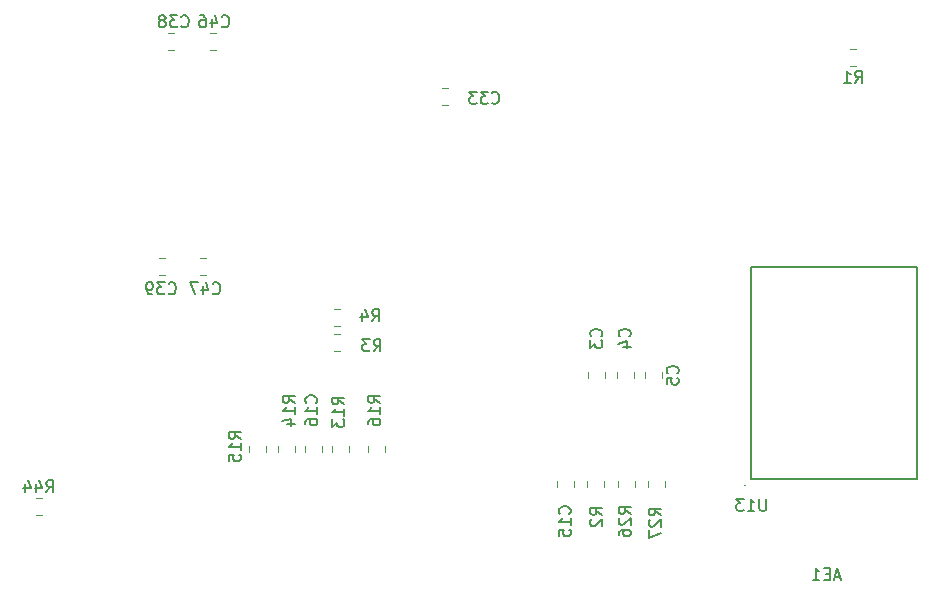
<source format=gbr>
G04 #@! TF.GenerationSoftware,KiCad,Pcbnew,5.0.2+dfsg1-1*
G04 #@! TF.CreationDate,2021-02-28T17:02:00+08:00*
G04 #@! TF.ProjectId,digital-amplifier2,64696769-7461-46c2-9d61-6d706c696669,rev?*
G04 #@! TF.SameCoordinates,Original*
G04 #@! TF.FileFunction,Legend,Bot*
G04 #@! TF.FilePolarity,Positive*
%FSLAX46Y46*%
G04 Gerber Fmt 4.6, Leading zero omitted, Abs format (unit mm)*
G04 Created by KiCad (PCBNEW 5.0.2+dfsg1-1) date 2021年02月28日 星期日 17时02分00秒*
%MOMM*%
%LPD*%
G01*
G04 APERTURE LIST*
%ADD10C,0.120000*%
%ADD11C,0.150000*%
G04 APERTURE END LIST*
D10*
G04 #@! TO.C,C33*
X99191578Y-110565000D02*
X98674422Y-110565000D01*
X99191578Y-109145000D02*
X98674422Y-109145000D01*
G04 #@! TO.C,R27*
X117550000Y-142879578D02*
X117550000Y-142362422D01*
X116130000Y-142879578D02*
X116130000Y-142362422D01*
G04 #@! TO.C,R26*
X115010000Y-142879578D02*
X115010000Y-142362422D01*
X113590000Y-142879578D02*
X113590000Y-142362422D01*
G04 #@! TO.C,R44*
X64774578Y-143816000D02*
X64257422Y-143816000D01*
X64774578Y-145236000D02*
X64257422Y-145236000D01*
G04 #@! TO.C,R2*
X110923000Y-142879578D02*
X110923000Y-142362422D01*
X112343000Y-142879578D02*
X112343000Y-142362422D01*
G04 #@! TO.C,C39*
X74671422Y-124916000D02*
X75188578Y-124916000D01*
X74671422Y-123496000D02*
X75188578Y-123496000D01*
G04 #@! TO.C,C38*
X75433422Y-105866000D02*
X75950578Y-105866000D01*
X75433422Y-104446000D02*
X75950578Y-104446000D01*
G04 #@! TO.C,C47*
X78696078Y-123496000D02*
X78178922Y-123496000D01*
X78696078Y-124916000D02*
X78178922Y-124916000D01*
G04 #@! TO.C,C46*
X79506578Y-105866000D02*
X78989422Y-105866000D01*
X79506578Y-104446000D02*
X78989422Y-104446000D01*
D11*
G04 #@! TO.C,U13*
X124848620Y-142234920D02*
X124848620Y-124223780D01*
X124848620Y-124223780D02*
X138838940Y-124223780D01*
X138838940Y-124223780D02*
X138838940Y-142199360D01*
X138838940Y-142199360D02*
X124863860Y-142199360D01*
X124343160Y-142742920D02*
X124345700Y-142740380D01*
D10*
G04 #@! TO.C,C16*
X87097800Y-139958578D02*
X87097800Y-139441422D01*
X88517800Y-139958578D02*
X88517800Y-139441422D01*
G04 #@! TO.C,C3*
X111011900Y-133659378D02*
X111011900Y-133142222D01*
X112431900Y-133659378D02*
X112431900Y-133142222D01*
G04 #@! TO.C,C4*
X113463000Y-133672078D02*
X113463000Y-133154922D01*
X114883000Y-133672078D02*
X114883000Y-133154922D01*
G04 #@! TO.C,C5*
X117296000Y-133684778D02*
X117296000Y-133167622D01*
X115876000Y-133684778D02*
X115876000Y-133167622D01*
G04 #@! TO.C,C15*
X109803000Y-142879578D02*
X109803000Y-142362422D01*
X108383000Y-142879578D02*
X108383000Y-142362422D01*
G04 #@! TO.C,R13*
X89333000Y-139441422D02*
X89333000Y-139958578D01*
X90753000Y-139441422D02*
X90753000Y-139958578D01*
G04 #@! TO.C,R14*
X84786400Y-139933178D02*
X84786400Y-139416022D01*
X86206400Y-139933178D02*
X86206400Y-139416022D01*
G04 #@! TO.C,R15*
X83742600Y-139907778D02*
X83742600Y-139390622D01*
X82322600Y-139907778D02*
X82322600Y-139390622D01*
G04 #@! TO.C,R16*
X92381000Y-139895078D02*
X92381000Y-139377922D01*
X93801000Y-139895078D02*
X93801000Y-139377922D01*
G04 #@! TO.C,R4*
X89530422Y-127814000D02*
X90047578Y-127814000D01*
X89530422Y-129234000D02*
X90047578Y-129234000D01*
G04 #@! TO.C,R3*
X89530422Y-129973000D02*
X90047578Y-129973000D01*
X89530422Y-131393000D02*
X90047578Y-131393000D01*
G04 #@! TO.C,R1*
X133218422Y-107263000D02*
X133735578Y-107263000D01*
X133218422Y-105843000D02*
X133735578Y-105843000D01*
G04 #@! TO.C,AE1*
D11*
X132379666Y-150467666D02*
X131903476Y-150467666D01*
X132474904Y-150753380D02*
X132141571Y-149753380D01*
X131808238Y-150753380D01*
X131474904Y-150229571D02*
X131141571Y-150229571D01*
X130998714Y-150753380D02*
X131474904Y-150753380D01*
X131474904Y-149753380D01*
X130998714Y-149753380D01*
X130046333Y-150753380D02*
X130617761Y-150753380D01*
X130332047Y-150753380D02*
X130332047Y-149753380D01*
X130427285Y-149896238D01*
X130522523Y-149991476D01*
X130617761Y-150039095D01*
G04 #@! TO.C,C33*
X102877857Y-110339142D02*
X102925476Y-110386761D01*
X103068333Y-110434380D01*
X103163571Y-110434380D01*
X103306428Y-110386761D01*
X103401666Y-110291523D01*
X103449285Y-110196285D01*
X103496904Y-110005809D01*
X103496904Y-109862952D01*
X103449285Y-109672476D01*
X103401666Y-109577238D01*
X103306428Y-109482000D01*
X103163571Y-109434380D01*
X103068333Y-109434380D01*
X102925476Y-109482000D01*
X102877857Y-109529619D01*
X102544523Y-109434380D02*
X101925476Y-109434380D01*
X102258809Y-109815333D01*
X102115952Y-109815333D01*
X102020714Y-109862952D01*
X101973095Y-109910571D01*
X101925476Y-110005809D01*
X101925476Y-110243904D01*
X101973095Y-110339142D01*
X102020714Y-110386761D01*
X102115952Y-110434380D01*
X102401666Y-110434380D01*
X102496904Y-110386761D01*
X102544523Y-110339142D01*
X101592142Y-109434380D02*
X100973095Y-109434380D01*
X101306428Y-109815333D01*
X101163571Y-109815333D01*
X101068333Y-109862952D01*
X101020714Y-109910571D01*
X100973095Y-110005809D01*
X100973095Y-110243904D01*
X101020714Y-110339142D01*
X101068333Y-110386761D01*
X101163571Y-110434380D01*
X101449285Y-110434380D01*
X101544523Y-110386761D01*
X101592142Y-110339142D01*
G04 #@! TO.C,R27*
X117165380Y-145280142D02*
X116689190Y-144946809D01*
X117165380Y-144708714D02*
X116165380Y-144708714D01*
X116165380Y-145089666D01*
X116213000Y-145184904D01*
X116260619Y-145232523D01*
X116355857Y-145280142D01*
X116498714Y-145280142D01*
X116593952Y-145232523D01*
X116641571Y-145184904D01*
X116689190Y-145089666D01*
X116689190Y-144708714D01*
X116260619Y-145661095D02*
X116213000Y-145708714D01*
X116165380Y-145803952D01*
X116165380Y-146042047D01*
X116213000Y-146137285D01*
X116260619Y-146184904D01*
X116355857Y-146232523D01*
X116451095Y-146232523D01*
X116593952Y-146184904D01*
X117165380Y-145613476D01*
X117165380Y-146232523D01*
X116165380Y-146565857D02*
X116165380Y-147232523D01*
X117165380Y-146803952D01*
G04 #@! TO.C,R26*
X114625380Y-145153142D02*
X114149190Y-144819809D01*
X114625380Y-144581714D02*
X113625380Y-144581714D01*
X113625380Y-144962666D01*
X113673000Y-145057904D01*
X113720619Y-145105523D01*
X113815857Y-145153142D01*
X113958714Y-145153142D01*
X114053952Y-145105523D01*
X114101571Y-145057904D01*
X114149190Y-144962666D01*
X114149190Y-144581714D01*
X113720619Y-145534095D02*
X113673000Y-145581714D01*
X113625380Y-145676952D01*
X113625380Y-145915047D01*
X113673000Y-146010285D01*
X113720619Y-146057904D01*
X113815857Y-146105523D01*
X113911095Y-146105523D01*
X114053952Y-146057904D01*
X114625380Y-145486476D01*
X114625380Y-146105523D01*
X113625380Y-146962666D02*
X113625380Y-146772190D01*
X113673000Y-146676952D01*
X113720619Y-146629333D01*
X113863476Y-146534095D01*
X114053952Y-146486476D01*
X114434904Y-146486476D01*
X114530142Y-146534095D01*
X114577761Y-146581714D01*
X114625380Y-146676952D01*
X114625380Y-146867428D01*
X114577761Y-146962666D01*
X114530142Y-147010285D01*
X114434904Y-147057904D01*
X114196809Y-147057904D01*
X114101571Y-147010285D01*
X114053952Y-146962666D01*
X114006333Y-146867428D01*
X114006333Y-146676952D01*
X114053952Y-146581714D01*
X114101571Y-146534095D01*
X114196809Y-146486476D01*
G04 #@! TO.C,R44*
X65158857Y-143328380D02*
X65492190Y-142852190D01*
X65730285Y-143328380D02*
X65730285Y-142328380D01*
X65349333Y-142328380D01*
X65254095Y-142376000D01*
X65206476Y-142423619D01*
X65158857Y-142518857D01*
X65158857Y-142661714D01*
X65206476Y-142756952D01*
X65254095Y-142804571D01*
X65349333Y-142852190D01*
X65730285Y-142852190D01*
X64301714Y-142661714D02*
X64301714Y-143328380D01*
X64539809Y-142280761D02*
X64777904Y-142995047D01*
X64158857Y-142995047D01*
X63349333Y-142661714D02*
X63349333Y-143328380D01*
X63587428Y-142280761D02*
X63825523Y-142995047D01*
X63206476Y-142995047D01*
G04 #@! TO.C,R2*
X112212380Y-145248333D02*
X111736190Y-144915000D01*
X112212380Y-144676904D02*
X111212380Y-144676904D01*
X111212380Y-145057857D01*
X111260000Y-145153095D01*
X111307619Y-145200714D01*
X111402857Y-145248333D01*
X111545714Y-145248333D01*
X111640952Y-145200714D01*
X111688571Y-145153095D01*
X111736190Y-145057857D01*
X111736190Y-144676904D01*
X111307619Y-145629285D02*
X111260000Y-145676904D01*
X111212380Y-145772142D01*
X111212380Y-146010238D01*
X111260000Y-146105476D01*
X111307619Y-146153095D01*
X111402857Y-146200714D01*
X111498095Y-146200714D01*
X111640952Y-146153095D01*
X112212380Y-145581666D01*
X112212380Y-146200714D01*
G04 #@! TO.C,C39*
X75509357Y-126468142D02*
X75556976Y-126515761D01*
X75699833Y-126563380D01*
X75795071Y-126563380D01*
X75937928Y-126515761D01*
X76033166Y-126420523D01*
X76080785Y-126325285D01*
X76128404Y-126134809D01*
X76128404Y-125991952D01*
X76080785Y-125801476D01*
X76033166Y-125706238D01*
X75937928Y-125611000D01*
X75795071Y-125563380D01*
X75699833Y-125563380D01*
X75556976Y-125611000D01*
X75509357Y-125658619D01*
X75176023Y-125563380D02*
X74556976Y-125563380D01*
X74890309Y-125944333D01*
X74747452Y-125944333D01*
X74652214Y-125991952D01*
X74604595Y-126039571D01*
X74556976Y-126134809D01*
X74556976Y-126372904D01*
X74604595Y-126468142D01*
X74652214Y-126515761D01*
X74747452Y-126563380D01*
X75033166Y-126563380D01*
X75128404Y-126515761D01*
X75176023Y-126468142D01*
X74080785Y-126563380D02*
X73890309Y-126563380D01*
X73795071Y-126515761D01*
X73747452Y-126468142D01*
X73652214Y-126325285D01*
X73604595Y-126134809D01*
X73604595Y-125753857D01*
X73652214Y-125658619D01*
X73699833Y-125611000D01*
X73795071Y-125563380D01*
X73985547Y-125563380D01*
X74080785Y-125611000D01*
X74128404Y-125658619D01*
X74176023Y-125753857D01*
X74176023Y-125991952D01*
X74128404Y-126087190D01*
X74080785Y-126134809D01*
X73985547Y-126182428D01*
X73795071Y-126182428D01*
X73699833Y-126134809D01*
X73652214Y-126087190D01*
X73604595Y-125991952D01*
G04 #@! TO.C,C38*
X76588857Y-103862142D02*
X76636476Y-103909761D01*
X76779333Y-103957380D01*
X76874571Y-103957380D01*
X77017428Y-103909761D01*
X77112666Y-103814523D01*
X77160285Y-103719285D01*
X77207904Y-103528809D01*
X77207904Y-103385952D01*
X77160285Y-103195476D01*
X77112666Y-103100238D01*
X77017428Y-103005000D01*
X76874571Y-102957380D01*
X76779333Y-102957380D01*
X76636476Y-103005000D01*
X76588857Y-103052619D01*
X76255523Y-102957380D02*
X75636476Y-102957380D01*
X75969809Y-103338333D01*
X75826952Y-103338333D01*
X75731714Y-103385952D01*
X75684095Y-103433571D01*
X75636476Y-103528809D01*
X75636476Y-103766904D01*
X75684095Y-103862142D01*
X75731714Y-103909761D01*
X75826952Y-103957380D01*
X76112666Y-103957380D01*
X76207904Y-103909761D01*
X76255523Y-103862142D01*
X75065047Y-103385952D02*
X75160285Y-103338333D01*
X75207904Y-103290714D01*
X75255523Y-103195476D01*
X75255523Y-103147857D01*
X75207904Y-103052619D01*
X75160285Y-103005000D01*
X75065047Y-102957380D01*
X74874571Y-102957380D01*
X74779333Y-103005000D01*
X74731714Y-103052619D01*
X74684095Y-103147857D01*
X74684095Y-103195476D01*
X74731714Y-103290714D01*
X74779333Y-103338333D01*
X74874571Y-103385952D01*
X75065047Y-103385952D01*
X75160285Y-103433571D01*
X75207904Y-103481190D01*
X75255523Y-103576428D01*
X75255523Y-103766904D01*
X75207904Y-103862142D01*
X75160285Y-103909761D01*
X75065047Y-103957380D01*
X74874571Y-103957380D01*
X74779333Y-103909761D01*
X74731714Y-103862142D01*
X74684095Y-103766904D01*
X74684095Y-103576428D01*
X74731714Y-103481190D01*
X74779333Y-103433571D01*
X74874571Y-103385952D01*
G04 #@! TO.C,C47*
X79255857Y-126468142D02*
X79303476Y-126515761D01*
X79446333Y-126563380D01*
X79541571Y-126563380D01*
X79684428Y-126515761D01*
X79779666Y-126420523D01*
X79827285Y-126325285D01*
X79874904Y-126134809D01*
X79874904Y-125991952D01*
X79827285Y-125801476D01*
X79779666Y-125706238D01*
X79684428Y-125611000D01*
X79541571Y-125563380D01*
X79446333Y-125563380D01*
X79303476Y-125611000D01*
X79255857Y-125658619D01*
X78398714Y-125896714D02*
X78398714Y-126563380D01*
X78636809Y-125515761D02*
X78874904Y-126230047D01*
X78255857Y-126230047D01*
X77970142Y-125563380D02*
X77303476Y-125563380D01*
X77732047Y-126563380D01*
G04 #@! TO.C,C46*
X80017857Y-103862142D02*
X80065476Y-103909761D01*
X80208333Y-103957380D01*
X80303571Y-103957380D01*
X80446428Y-103909761D01*
X80541666Y-103814523D01*
X80589285Y-103719285D01*
X80636904Y-103528809D01*
X80636904Y-103385952D01*
X80589285Y-103195476D01*
X80541666Y-103100238D01*
X80446428Y-103005000D01*
X80303571Y-102957380D01*
X80208333Y-102957380D01*
X80065476Y-103005000D01*
X80017857Y-103052619D01*
X79160714Y-103290714D02*
X79160714Y-103957380D01*
X79398809Y-102909761D02*
X79636904Y-103624047D01*
X79017857Y-103624047D01*
X78208333Y-102957380D02*
X78398809Y-102957380D01*
X78494047Y-103005000D01*
X78541666Y-103052619D01*
X78636904Y-103195476D01*
X78684523Y-103385952D01*
X78684523Y-103766904D01*
X78636904Y-103862142D01*
X78589285Y-103909761D01*
X78494047Y-103957380D01*
X78303571Y-103957380D01*
X78208333Y-103909761D01*
X78160714Y-103862142D01*
X78113095Y-103766904D01*
X78113095Y-103528809D01*
X78160714Y-103433571D01*
X78208333Y-103385952D01*
X78303571Y-103338333D01*
X78494047Y-103338333D01*
X78589285Y-103385952D01*
X78636904Y-103433571D01*
X78684523Y-103528809D01*
G04 #@! TO.C,U13*
X126099415Y-143889480D02*
X126099415Y-144699004D01*
X126051796Y-144794242D01*
X126004177Y-144841861D01*
X125908939Y-144889480D01*
X125718462Y-144889480D01*
X125623224Y-144841861D01*
X125575605Y-144794242D01*
X125527986Y-144699004D01*
X125527986Y-143889480D01*
X124527986Y-144889480D02*
X125099415Y-144889480D01*
X124813700Y-144889480D02*
X124813700Y-143889480D01*
X124908939Y-144032338D01*
X125004177Y-144127576D01*
X125099415Y-144175195D01*
X124194653Y-143889480D02*
X123575605Y-143889480D01*
X123908939Y-144270433D01*
X123766081Y-144270433D01*
X123670843Y-144318052D01*
X123623224Y-144365671D01*
X123575605Y-144460909D01*
X123575605Y-144699004D01*
X123623224Y-144794242D01*
X123670843Y-144841861D01*
X123766081Y-144889480D01*
X124051796Y-144889480D01*
X124147034Y-144841861D01*
X124194653Y-144794242D01*
G04 #@! TO.C,C16*
X87987142Y-135755142D02*
X88034761Y-135707523D01*
X88082380Y-135564666D01*
X88082380Y-135469428D01*
X88034761Y-135326571D01*
X87939523Y-135231333D01*
X87844285Y-135183714D01*
X87653809Y-135136095D01*
X87510952Y-135136095D01*
X87320476Y-135183714D01*
X87225238Y-135231333D01*
X87130000Y-135326571D01*
X87082380Y-135469428D01*
X87082380Y-135564666D01*
X87130000Y-135707523D01*
X87177619Y-135755142D01*
X88082380Y-136707523D02*
X88082380Y-136136095D01*
X88082380Y-136421809D02*
X87082380Y-136421809D01*
X87225238Y-136326571D01*
X87320476Y-136231333D01*
X87368095Y-136136095D01*
X87082380Y-137564666D02*
X87082380Y-137374190D01*
X87130000Y-137278952D01*
X87177619Y-137231333D01*
X87320476Y-137136095D01*
X87510952Y-137088476D01*
X87891904Y-137088476D01*
X87987142Y-137136095D01*
X88034761Y-137183714D01*
X88082380Y-137278952D01*
X88082380Y-137469428D01*
X88034761Y-137564666D01*
X87987142Y-137612285D01*
X87891904Y-137659904D01*
X87653809Y-137659904D01*
X87558571Y-137612285D01*
X87510952Y-137564666D01*
X87463333Y-137469428D01*
X87463333Y-137278952D01*
X87510952Y-137183714D01*
X87558571Y-137136095D01*
X87653809Y-137088476D01*
G04 #@! TO.C,C3*
X112117142Y-130135333D02*
X112164761Y-130087714D01*
X112212380Y-129944857D01*
X112212380Y-129849619D01*
X112164761Y-129706761D01*
X112069523Y-129611523D01*
X111974285Y-129563904D01*
X111783809Y-129516285D01*
X111640952Y-129516285D01*
X111450476Y-129563904D01*
X111355238Y-129611523D01*
X111260000Y-129706761D01*
X111212380Y-129849619D01*
X111212380Y-129944857D01*
X111260000Y-130087714D01*
X111307619Y-130135333D01*
X111212380Y-130468666D02*
X111212380Y-131087714D01*
X111593333Y-130754380D01*
X111593333Y-130897238D01*
X111640952Y-130992476D01*
X111688571Y-131040095D01*
X111783809Y-131087714D01*
X112021904Y-131087714D01*
X112117142Y-131040095D01*
X112164761Y-130992476D01*
X112212380Y-130897238D01*
X112212380Y-130611523D01*
X112164761Y-130516285D01*
X112117142Y-130468666D01*
G04 #@! TO.C,C4*
X114530142Y-130135333D02*
X114577761Y-130087714D01*
X114625380Y-129944857D01*
X114625380Y-129849619D01*
X114577761Y-129706761D01*
X114482523Y-129611523D01*
X114387285Y-129563904D01*
X114196809Y-129516285D01*
X114053952Y-129516285D01*
X113863476Y-129563904D01*
X113768238Y-129611523D01*
X113673000Y-129706761D01*
X113625380Y-129849619D01*
X113625380Y-129944857D01*
X113673000Y-130087714D01*
X113720619Y-130135333D01*
X113958714Y-130992476D02*
X114625380Y-130992476D01*
X113577761Y-130754380D02*
X114292047Y-130516285D01*
X114292047Y-131135333D01*
G04 #@! TO.C,C5*
X118593142Y-133259533D02*
X118640761Y-133211914D01*
X118688380Y-133069057D01*
X118688380Y-132973819D01*
X118640761Y-132830961D01*
X118545523Y-132735723D01*
X118450285Y-132688104D01*
X118259809Y-132640485D01*
X118116952Y-132640485D01*
X117926476Y-132688104D01*
X117831238Y-132735723D01*
X117736000Y-132830961D01*
X117688380Y-132973819D01*
X117688380Y-133069057D01*
X117736000Y-133211914D01*
X117783619Y-133259533D01*
X117688380Y-134164295D02*
X117688380Y-133688104D01*
X118164571Y-133640485D01*
X118116952Y-133688104D01*
X118069333Y-133783342D01*
X118069333Y-134021438D01*
X118116952Y-134116676D01*
X118164571Y-134164295D01*
X118259809Y-134211914D01*
X118497904Y-134211914D01*
X118593142Y-134164295D01*
X118640761Y-134116676D01*
X118688380Y-134021438D01*
X118688380Y-133783342D01*
X118640761Y-133688104D01*
X118593142Y-133640485D01*
G04 #@! TO.C,C15*
X109450142Y-145153142D02*
X109497761Y-145105523D01*
X109545380Y-144962666D01*
X109545380Y-144867428D01*
X109497761Y-144724571D01*
X109402523Y-144629333D01*
X109307285Y-144581714D01*
X109116809Y-144534095D01*
X108973952Y-144534095D01*
X108783476Y-144581714D01*
X108688238Y-144629333D01*
X108593000Y-144724571D01*
X108545380Y-144867428D01*
X108545380Y-144962666D01*
X108593000Y-145105523D01*
X108640619Y-145153142D01*
X109545380Y-146105523D02*
X109545380Y-145534095D01*
X109545380Y-145819809D02*
X108545380Y-145819809D01*
X108688238Y-145724571D01*
X108783476Y-145629333D01*
X108831095Y-145534095D01*
X108545380Y-147010285D02*
X108545380Y-146534095D01*
X109021571Y-146486476D01*
X108973952Y-146534095D01*
X108926333Y-146629333D01*
X108926333Y-146867428D01*
X108973952Y-146962666D01*
X109021571Y-147010285D01*
X109116809Y-147057904D01*
X109354904Y-147057904D01*
X109450142Y-147010285D01*
X109497761Y-146962666D01*
X109545380Y-146867428D01*
X109545380Y-146629333D01*
X109497761Y-146534095D01*
X109450142Y-146486476D01*
G04 #@! TO.C,R13*
X90368380Y-135882142D02*
X89892190Y-135548809D01*
X90368380Y-135310714D02*
X89368380Y-135310714D01*
X89368380Y-135691666D01*
X89416000Y-135786904D01*
X89463619Y-135834523D01*
X89558857Y-135882142D01*
X89701714Y-135882142D01*
X89796952Y-135834523D01*
X89844571Y-135786904D01*
X89892190Y-135691666D01*
X89892190Y-135310714D01*
X90368380Y-136834523D02*
X90368380Y-136263095D01*
X90368380Y-136548809D02*
X89368380Y-136548809D01*
X89511238Y-136453571D01*
X89606476Y-136358333D01*
X89654095Y-136263095D01*
X89368380Y-137167857D02*
X89368380Y-137786904D01*
X89749333Y-137453571D01*
X89749333Y-137596428D01*
X89796952Y-137691666D01*
X89844571Y-137739285D01*
X89939809Y-137786904D01*
X90177904Y-137786904D01*
X90273142Y-137739285D01*
X90320761Y-137691666D01*
X90368380Y-137596428D01*
X90368380Y-137310714D01*
X90320761Y-137215476D01*
X90273142Y-137167857D01*
G04 #@! TO.C,R14*
X86177380Y-135755142D02*
X85701190Y-135421809D01*
X86177380Y-135183714D02*
X85177380Y-135183714D01*
X85177380Y-135564666D01*
X85225000Y-135659904D01*
X85272619Y-135707523D01*
X85367857Y-135755142D01*
X85510714Y-135755142D01*
X85605952Y-135707523D01*
X85653571Y-135659904D01*
X85701190Y-135564666D01*
X85701190Y-135183714D01*
X86177380Y-136707523D02*
X86177380Y-136136095D01*
X86177380Y-136421809D02*
X85177380Y-136421809D01*
X85320238Y-136326571D01*
X85415476Y-136231333D01*
X85463095Y-136136095D01*
X85510714Y-137564666D02*
X86177380Y-137564666D01*
X85129761Y-137326571D02*
X85844047Y-137088476D01*
X85844047Y-137707523D01*
G04 #@! TO.C,R15*
X81605380Y-138803142D02*
X81129190Y-138469809D01*
X81605380Y-138231714D02*
X80605380Y-138231714D01*
X80605380Y-138612666D01*
X80653000Y-138707904D01*
X80700619Y-138755523D01*
X80795857Y-138803142D01*
X80938714Y-138803142D01*
X81033952Y-138755523D01*
X81081571Y-138707904D01*
X81129190Y-138612666D01*
X81129190Y-138231714D01*
X81605380Y-139755523D02*
X81605380Y-139184095D01*
X81605380Y-139469809D02*
X80605380Y-139469809D01*
X80748238Y-139374571D01*
X80843476Y-139279333D01*
X80891095Y-139184095D01*
X80605380Y-140660285D02*
X80605380Y-140184095D01*
X81081571Y-140136476D01*
X81033952Y-140184095D01*
X80986333Y-140279333D01*
X80986333Y-140517428D01*
X81033952Y-140612666D01*
X81081571Y-140660285D01*
X81176809Y-140707904D01*
X81414904Y-140707904D01*
X81510142Y-140660285D01*
X81557761Y-140612666D01*
X81605380Y-140517428D01*
X81605380Y-140279333D01*
X81557761Y-140184095D01*
X81510142Y-140136476D01*
G04 #@! TO.C,R16*
X93416380Y-135755142D02*
X92940190Y-135421809D01*
X93416380Y-135183714D02*
X92416380Y-135183714D01*
X92416380Y-135564666D01*
X92464000Y-135659904D01*
X92511619Y-135707523D01*
X92606857Y-135755142D01*
X92749714Y-135755142D01*
X92844952Y-135707523D01*
X92892571Y-135659904D01*
X92940190Y-135564666D01*
X92940190Y-135183714D01*
X93416380Y-136707523D02*
X93416380Y-136136095D01*
X93416380Y-136421809D02*
X92416380Y-136421809D01*
X92559238Y-136326571D01*
X92654476Y-136231333D01*
X92702095Y-136136095D01*
X92416380Y-137564666D02*
X92416380Y-137374190D01*
X92464000Y-137278952D01*
X92511619Y-137231333D01*
X92654476Y-137136095D01*
X92844952Y-137088476D01*
X93225904Y-137088476D01*
X93321142Y-137136095D01*
X93368761Y-137183714D01*
X93416380Y-137278952D01*
X93416380Y-137469428D01*
X93368761Y-137564666D01*
X93321142Y-137612285D01*
X93225904Y-137659904D01*
X92987809Y-137659904D01*
X92892571Y-137612285D01*
X92844952Y-137564666D01*
X92797333Y-137469428D01*
X92797333Y-137278952D01*
X92844952Y-137183714D01*
X92892571Y-137136095D01*
X92987809Y-137088476D01*
G04 #@! TO.C,R4*
X92749666Y-128849380D02*
X93083000Y-128373190D01*
X93321095Y-128849380D02*
X93321095Y-127849380D01*
X92940142Y-127849380D01*
X92844904Y-127897000D01*
X92797285Y-127944619D01*
X92749666Y-128039857D01*
X92749666Y-128182714D01*
X92797285Y-128277952D01*
X92844904Y-128325571D01*
X92940142Y-128373190D01*
X93321095Y-128373190D01*
X91892523Y-128182714D02*
X91892523Y-128849380D01*
X92130619Y-127801761D02*
X92368714Y-128516047D01*
X91749666Y-128516047D01*
G04 #@! TO.C,R3*
X92876666Y-131389380D02*
X93210000Y-130913190D01*
X93448095Y-131389380D02*
X93448095Y-130389380D01*
X93067142Y-130389380D01*
X92971904Y-130437000D01*
X92924285Y-130484619D01*
X92876666Y-130579857D01*
X92876666Y-130722714D01*
X92924285Y-130817952D01*
X92971904Y-130865571D01*
X93067142Y-130913190D01*
X93448095Y-130913190D01*
X92543333Y-130389380D02*
X91924285Y-130389380D01*
X92257619Y-130770333D01*
X92114761Y-130770333D01*
X92019523Y-130817952D01*
X91971904Y-130865571D01*
X91924285Y-130960809D01*
X91924285Y-131198904D01*
X91971904Y-131294142D01*
X92019523Y-131341761D01*
X92114761Y-131389380D01*
X92400476Y-131389380D01*
X92495714Y-131341761D01*
X92543333Y-131294142D01*
G04 #@! TO.C,R1*
X133643666Y-108655380D02*
X133977000Y-108179190D01*
X134215095Y-108655380D02*
X134215095Y-107655380D01*
X133834142Y-107655380D01*
X133738904Y-107703000D01*
X133691285Y-107750619D01*
X133643666Y-107845857D01*
X133643666Y-107988714D01*
X133691285Y-108083952D01*
X133738904Y-108131571D01*
X133834142Y-108179190D01*
X134215095Y-108179190D01*
X132691285Y-108655380D02*
X133262714Y-108655380D01*
X132977000Y-108655380D02*
X132977000Y-107655380D01*
X133072238Y-107798238D01*
X133167476Y-107893476D01*
X133262714Y-107941095D01*
G04 #@! TD*
M02*

</source>
